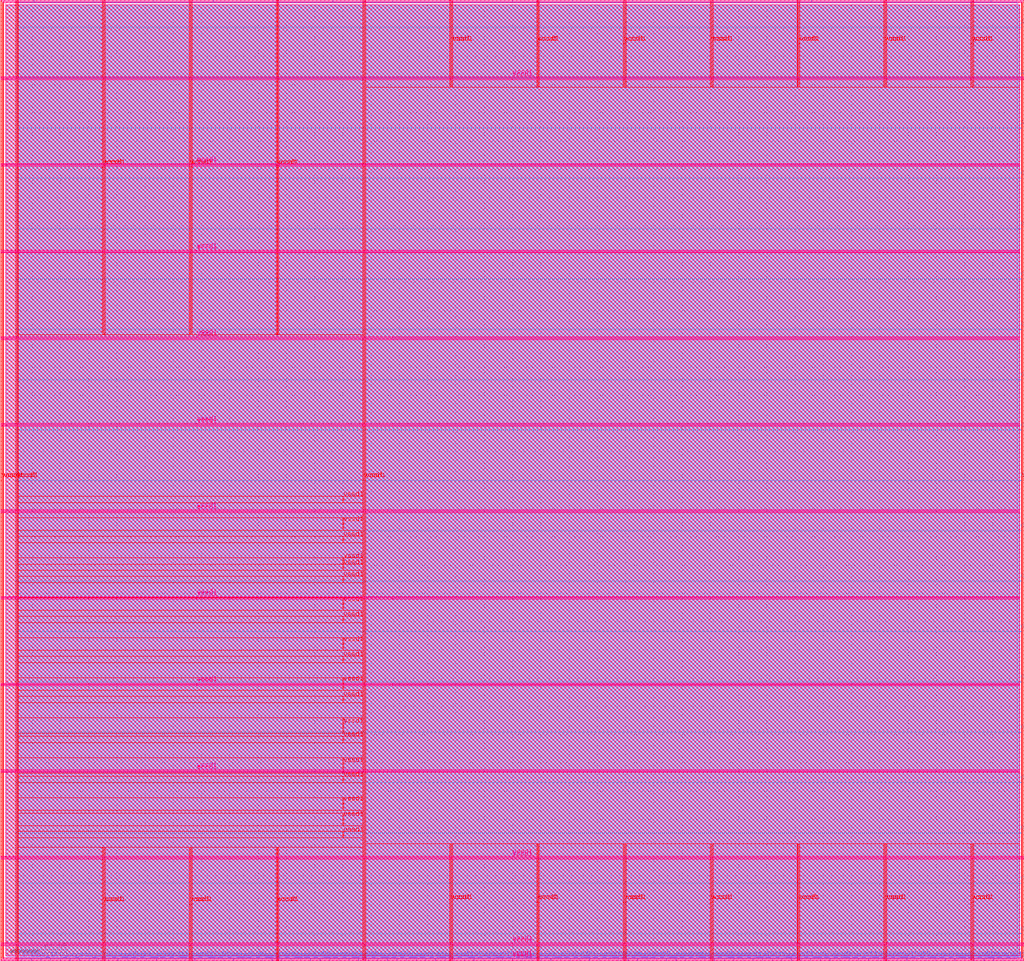
<source format=lef>
VERSION 5.7 ;
  NOWIREEXTENSIONATPIN ON ;
  DIVIDERCHAR "/" ;
  BUSBITCHARS "[]" ;
MACRO top_wrapper
  CLASS BLOCK ;
  FOREIGN top_wrapper ;
  ORIGIN 0.000 0.000 ;
  SIZE 1800.000 BY 1700.000 ;
  PIN ADC_OUT_OBS[0]
    DIRECTION OUTPUT ;
    USE SIGNAL ;
    PORT
      LAYER met3 ;
        RECT 1796.000 1472.920 1800.000 1473.520 ;
    END
  END ADC_OUT_OBS[0]
  PIN ADC_OUT_OBS[1]
    DIRECTION OUTPUT ;
    USE SIGNAL ;
    PORT
      LAYER met3 ;
        RECT 1796.000 1562.000 1800.000 1562.600 ;
    END
  END ADC_OUT_OBS[1]
  PIN ADC_OUT_OBS[2]
    DIRECTION OUTPUT ;
    USE SIGNAL ;
    PORT
      LAYER met3 ;
        RECT 1796.000 1651.080 1800.000 1651.680 ;
    END
  END ADC_OUT_OBS[2]
  PIN BL0
    DIRECTION INOUT ;
    USE SIGNAL ;
    PORT
      LAYER met2 ;
        RECT 1767.870 0.000 1768.150 4.000 ;
    END
  END BL0
  PIN CSA[0]
    DIRECTION OUTPUT ;
    USE SIGNAL ;
    PORT
      LAYER met3 ;
        RECT 1796.000 47.640 1800.000 48.240 ;
    END
  END CSA[0]
  PIN CSA[10]
    DIRECTION OUTPUT ;
    USE SIGNAL ;
    PORT
      LAYER met3 ;
        RECT 1796.000 938.440 1800.000 939.040 ;
    END
  END CSA[10]
  PIN CSA[11]
    DIRECTION OUTPUT ;
    USE SIGNAL ;
    PORT
      LAYER met3 ;
        RECT 1796.000 1027.520 1800.000 1028.120 ;
    END
  END CSA[11]
  PIN CSA[12]
    DIRECTION OUTPUT ;
    USE SIGNAL ;
    PORT
      LAYER met3 ;
        RECT 1796.000 1116.600 1800.000 1117.200 ;
    END
  END CSA[12]
  PIN CSA[13]
    DIRECTION OUTPUT ;
    USE SIGNAL ;
    PORT
      LAYER met3 ;
        RECT 1796.000 1205.680 1800.000 1206.280 ;
    END
  END CSA[13]
  PIN CSA[14]
    DIRECTION OUTPUT ;
    USE SIGNAL ;
    PORT
      LAYER met3 ;
        RECT 1796.000 1294.760 1800.000 1295.360 ;
    END
  END CSA[14]
  PIN CSA[15]
    DIRECTION OUTPUT ;
    USE SIGNAL ;
    PORT
      LAYER met3 ;
        RECT 1796.000 1383.840 1800.000 1384.440 ;
    END
  END CSA[15]
  PIN CSA[1]
    DIRECTION OUTPUT ;
    USE SIGNAL ;
    PORT
      LAYER met3 ;
        RECT 1796.000 136.720 1800.000 137.320 ;
    END
  END CSA[1]
  PIN CSA[2]
    DIRECTION OUTPUT ;
    USE SIGNAL ;
    PORT
      LAYER met3 ;
        RECT 1796.000 225.800 1800.000 226.400 ;
    END
  END CSA[2]
  PIN CSA[3]
    DIRECTION OUTPUT ;
    USE SIGNAL ;
    PORT
      LAYER met3 ;
        RECT 1796.000 314.880 1800.000 315.480 ;
    END
  END CSA[3]
  PIN CSA[4]
    DIRECTION OUTPUT ;
    USE SIGNAL ;
    PORT
      LAYER met3 ;
        RECT 1796.000 403.960 1800.000 404.560 ;
    END
  END CSA[4]
  PIN CSA[5]
    DIRECTION OUTPUT ;
    USE SIGNAL ;
    PORT
      LAYER met3 ;
        RECT 1796.000 493.040 1800.000 493.640 ;
    END
  END CSA[5]
  PIN CSA[6]
    DIRECTION OUTPUT ;
    USE SIGNAL ;
    PORT
      LAYER met3 ;
        RECT 1796.000 582.120 1800.000 582.720 ;
    END
  END CSA[6]
  PIN CSA[7]
    DIRECTION OUTPUT ;
    USE SIGNAL ;
    PORT
      LAYER met3 ;
        RECT 1796.000 671.200 1800.000 671.800 ;
    END
  END CSA[7]
  PIN CSA[8]
    DIRECTION OUTPUT ;
    USE SIGNAL ;
    PORT
      LAYER met3 ;
        RECT 1796.000 760.280 1800.000 760.880 ;
    END
  END CSA[8]
  PIN CSA[9]
    DIRECTION OUTPUT ;
    USE SIGNAL ;
    PORT
      LAYER met3 ;
        RECT 1796.000 849.360 1800.000 849.960 ;
    END
  END CSA[9]
  PIN REF_CSA
    DIRECTION INOUT ;
    USE SIGNAL ;
    PORT
      LAYER met2 ;
        RECT 1640.450 1696.000 1640.730 1700.000 ;
    END
  END REF_CSA
  PIN SL0
    DIRECTION INOUT ;
    USE SIGNAL ;
    PORT
      LAYER met2 ;
        RECT 1733.830 0.000 1734.110 4.000 ;
    END
  END SL0
  PIN V0_REF_ADC
    DIRECTION INOUT ;
    USE SIGNAL ;
    PORT
      LAYER met2 ;
        RECT 1323.050 1696.000 1323.330 1700.000 ;
    END
  END V0_REF_ADC
  PIN V1_BL
    DIRECTION INOUT ;
    USE SIGNAL ;
    PORT
      LAYER met2 ;
        RECT 899.850 1696.000 900.130 1700.000 ;
    END
  END V1_BL
  PIN V1_REF_ADC
    DIRECTION INOUT ;
    USE SIGNAL ;
    PORT
      LAYER met2 ;
        RECT 1428.850 1696.000 1429.130 1700.000 ;
    END
  END V1_REF_ADC
  PIN V1_SL
    DIRECTION INOUT ;
    USE SIGNAL ;
    PORT
      LAYER met2 ;
        RECT 476.650 1696.000 476.930 1700.000 ;
    END
  END V1_SL
  PIN V1_WL
    DIRECTION INOUT ;
    USE SIGNAL ;
    PORT
      LAYER met2 ;
        RECT 53.450 1696.000 53.730 1700.000 ;
    END
  END V1_WL
  PIN V2_BL
    DIRECTION INOUT ;
    USE SIGNAL ;
    PORT
      LAYER met2 ;
        RECT 1005.650 1696.000 1005.930 1700.000 ;
    END
  END V2_BL
  PIN V2_REF_ADC
    DIRECTION INOUT ;
    USE SIGNAL ;
    PORT
      LAYER met2 ;
        RECT 1534.650 1696.000 1534.930 1700.000 ;
    END
  END V2_REF_ADC
  PIN V2_SL
    DIRECTION INOUT ;
    USE SIGNAL ;
    PORT
      LAYER met2 ;
        RECT 582.450 1696.000 582.730 1700.000 ;
    END
  END V2_SL
  PIN V2_WL
    DIRECTION INOUT ;
    USE SIGNAL ;
    PORT
      LAYER met2 ;
        RECT 159.250 1696.000 159.530 1700.000 ;
    END
  END V2_WL
  PIN V3_BL
    DIRECTION INOUT ;
    USE SIGNAL ;
    PORT
      LAYER met2 ;
        RECT 1111.450 1696.000 1111.730 1700.000 ;
    END
  END V3_BL
  PIN V3_SL
    DIRECTION INOUT ;
    USE SIGNAL ;
    PORT
      LAYER met2 ;
        RECT 688.250 1696.000 688.530 1700.000 ;
    END
  END V3_SL
  PIN V3_WL
    DIRECTION INOUT ;
    USE SIGNAL ;
    PORT
      LAYER met2 ;
        RECT 265.050 1696.000 265.330 1700.000 ;
    END
  END V3_WL
  PIN V4_BL
    DIRECTION INOUT ;
    USE SIGNAL ;
    PORT
      LAYER met2 ;
        RECT 1217.250 1696.000 1217.530 1700.000 ;
    END
  END V4_BL
  PIN V4_SL
    DIRECTION INOUT ;
    USE SIGNAL ;
    PORT
      LAYER met2 ;
        RECT 794.050 1696.000 794.330 1700.000 ;
    END
  END V4_SL
  PIN V4_WL
    DIRECTION INOUT ;
    USE SIGNAL ;
    PORT
      LAYER met2 ;
        RECT 370.850 1696.000 371.130 1700.000 ;
    END
  END V4_WL
  PIN VDD_PRE
    DIRECTION INOUT ;
    USE SIGNAL ;
    PORT
      LAYER met2 ;
        RECT 1746.250 1696.000 1746.530 1700.000 ;
    END
  END VDD_PRE
  PIN WL0
    DIRECTION INOUT ;
    USE SIGNAL ;
    PORT
      LAYER met2 ;
        RECT 1750.850 0.000 1751.130 4.000 ;
    END
  END WL0
  PIN clk
    DIRECTION INPUT ;
    USE SIGNAL ;
    PORT
      LAYER met2 ;
        RECT 48.850 0.000 49.130 4.000 ;
    END
  END clk
  PIN enable_IM
    DIRECTION INPUT ;
    USE SIGNAL ;
    PORT
      LAYER met2 ;
        RECT 31.830 0.000 32.110 4.000 ;
    END
  END enable_IM
  PIN rst
    DIRECTION INPUT ;
    USE SIGNAL ;
    PORT
      LAYER met2 ;
        RECT 65.870 0.000 66.150 4.000 ;
    END
  END rst
  PIN vccd1
    DIRECTION INOUT ;
    USE POWER ;
    PORT
      LAYER met4 ;
        RECT -2.080 3.280 -0.480 1696.720 ;
    END
    PORT
      LAYER met5 ;
        RECT -2.080 3.280 1802.060 4.880 ;
    END
    PORT
      LAYER met5 ;
        RECT -2.080 1695.120 1802.060 1696.720 ;
    END
    PORT
      LAYER met4 ;
        RECT 1800.460 3.280 1802.060 1696.720 ;
    END
    PORT
      LAYER met4 ;
        RECT 21.040 -0.020 22.640 1700.020 ;
    END
    PORT
      LAYER met4 ;
        RECT 174.640 -0.020 176.240 200.755 ;
    END
    PORT
      LAYER met4 ;
        RECT 174.640 1107.725 176.240 1700.020 ;
    END
    PORT
      LAYER met4 ;
        RECT 328.240 -0.020 329.840 200.755 ;
    END
    PORT
      LAYER met4 ;
        RECT 328.240 1107.725 329.840 1700.020 ;
    END
    PORT
      LAYER met4 ;
        RECT 481.840 -0.020 483.440 200.755 ;
    END
    PORT
      LAYER met4 ;
        RECT 481.840 1107.725 483.440 1700.020 ;
    END
    PORT
      LAYER met4 ;
        RECT 635.440 -0.020 637.040 1700.020 ;
    END
    PORT
      LAYER met4 ;
        RECT 789.040 -0.020 790.640 206.780 ;
    END
    PORT
      LAYER met4 ;
        RECT 789.040 1545.180 790.640 1700.020 ;
    END
    PORT
      LAYER met4 ;
        RECT 942.640 -0.020 944.240 206.780 ;
    END
    PORT
      LAYER met4 ;
        RECT 942.640 1545.180 944.240 1700.020 ;
    END
    PORT
      LAYER met4 ;
        RECT 1096.240 -0.020 1097.840 206.780 ;
    END
    PORT
      LAYER met4 ;
        RECT 1096.240 1545.180 1097.840 1700.020 ;
    END
    PORT
      LAYER met4 ;
        RECT 1249.840 -0.020 1251.440 206.780 ;
    END
    PORT
      LAYER met4 ;
        RECT 1249.840 1545.180 1251.440 1700.020 ;
    END
    PORT
      LAYER met4 ;
        RECT 1403.440 -0.020 1405.040 206.780 ;
    END
    PORT
      LAYER met4 ;
        RECT 1403.440 1545.180 1405.040 1700.020 ;
    END
    PORT
      LAYER met4 ;
        RECT 1557.040 -0.020 1558.640 206.780 ;
    END
    PORT
      LAYER met4 ;
        RECT 1557.040 1545.180 1558.640 1700.020 ;
    END
    PORT
      LAYER met4 ;
        RECT 1710.640 -0.020 1712.240 206.780 ;
    END
    PORT
      LAYER met4 ;
        RECT 1710.640 1545.180 1712.240 1700.020 ;
    END
    PORT
      LAYER met5 ;
        RECT -5.380 26.730 1805.360 28.330 ;
    END
    PORT
      LAYER met5 ;
        RECT -5.380 179.910 1805.360 181.510 ;
    END
    PORT
      LAYER met5 ;
        RECT -5.380 333.090 688.340 334.690 ;
    END
    PORT
      LAYER met5 ;
        RECT -5.380 486.270 688.340 487.870 ;
    END
    PORT
      LAYER met5 ;
        RECT -5.380 639.450 688.340 641.050 ;
    END
    PORT
      LAYER met5 ;
        RECT -5.380 792.630 688.340 794.230 ;
    END
    PORT
      LAYER met5 ;
        RECT -5.380 945.810 688.340 947.410 ;
    END
    PORT
      LAYER met5 ;
        RECT -5.380 1098.990 688.340 1100.590 ;
    END
    PORT
      LAYER met5 ;
        RECT -5.380 1252.170 688.340 1253.770 ;
    END
    PORT
      LAYER met5 ;
        RECT -5.380 1405.350 688.340 1406.950 ;
    END
    PORT
      LAYER met5 ;
        RECT -5.380 1558.530 1805.360 1560.130 ;
    END
  END vccd1
  PIN vssd1
    DIRECTION INOUT ;
    USE GROUND ;
    PORT
      LAYER met4 ;
        RECT -5.380 -0.020 -3.780 1700.020 ;
    END
    PORT
      LAYER met5 ;
        RECT -5.380 -0.020 1805.360 1.580 ;
    END
    PORT
      LAYER met5 ;
        RECT -5.380 1698.420 1805.360 1700.020 ;
    END
    PORT
      LAYER met4 ;
        RECT 1803.760 -0.020 1805.360 1700.020 ;
    END
    PORT
      LAYER met4 ;
        RECT 24.340 -0.020 25.940 1700.020 ;
    END
    PORT
      LAYER met4 ;
        RECT 177.940 -0.020 179.540 200.755 ;
    END
    PORT
      LAYER met4 ;
        RECT 177.940 1107.725 179.540 1700.020 ;
    END
    PORT
      LAYER met4 ;
        RECT 331.540 -0.020 333.140 200.755 ;
    END
    PORT
      LAYER met4 ;
        RECT 331.540 1107.725 333.140 1700.020 ;
    END
    PORT
      LAYER met4 ;
        RECT 485.140 -0.020 486.740 200.755 ;
    END
    PORT
      LAYER met4 ;
        RECT 485.140 1107.725 486.740 1700.020 ;
    END
    PORT
      LAYER met4 ;
        RECT 638.740 -0.020 640.340 1700.020 ;
    END
    PORT
      LAYER met4 ;
        RECT 792.340 -0.020 793.940 206.780 ;
    END
    PORT
      LAYER met4 ;
        RECT 792.340 1545.180 793.940 1700.020 ;
    END
    PORT
      LAYER met4 ;
        RECT 945.940 -0.020 947.540 206.780 ;
    END
    PORT
      LAYER met4 ;
        RECT 945.940 1545.180 947.540 1700.020 ;
    END
    PORT
      LAYER met4 ;
        RECT 1099.540 -0.020 1101.140 206.780 ;
    END
    PORT
      LAYER met4 ;
        RECT 1099.540 1545.180 1101.140 1700.020 ;
    END
    PORT
      LAYER met4 ;
        RECT 1253.140 -0.020 1254.740 206.780 ;
    END
    PORT
      LAYER met4 ;
        RECT 1253.140 1545.180 1254.740 1700.020 ;
    END
    PORT
      LAYER met4 ;
        RECT 1406.740 -0.020 1408.340 206.780 ;
    END
    PORT
      LAYER met4 ;
        RECT 1406.740 1545.180 1408.340 1700.020 ;
    END
    PORT
      LAYER met4 ;
        RECT 1560.340 -0.020 1561.940 206.780 ;
    END
    PORT
      LAYER met4 ;
        RECT 1560.340 1545.180 1561.940 1700.020 ;
    END
    PORT
      LAYER met4 ;
        RECT 1713.940 -0.020 1715.540 206.780 ;
    END
    PORT
      LAYER met4 ;
        RECT 1713.940 1545.180 1715.540 1700.020 ;
    END
    PORT
      LAYER met5 ;
        RECT -5.380 30.030 1805.360 31.630 ;
    END
    PORT
      LAYER met5 ;
        RECT -5.380 183.210 1805.360 184.810 ;
    END
    PORT
      LAYER met5 ;
        RECT -5.380 336.390 688.340 337.990 ;
    END
    PORT
      LAYER met5 ;
        RECT -5.380 489.570 688.340 491.170 ;
    END
    PORT
      LAYER met5 ;
        RECT -5.380 642.750 688.340 644.350 ;
    END
    PORT
      LAYER met5 ;
        RECT -5.380 795.930 688.340 797.530 ;
    END
    PORT
      LAYER met5 ;
        RECT -5.380 949.110 688.340 950.710 ;
    END
    PORT
      LAYER met5 ;
        RECT -5.380 1102.290 688.340 1103.890 ;
    END
    PORT
      LAYER met5 ;
        RECT -5.380 1255.470 688.340 1257.070 ;
    END
    PORT
      LAYER met5 ;
        RECT -5.380 1408.650 688.340 1410.250 ;
    END
    PORT
      LAYER met5 ;
        RECT -5.380 1561.830 1805.360 1563.430 ;
    END
    PORT
      LAYER met4 ;
        RECT 599.500 217.360 601.100 228.720 ;
    END
    PORT
      LAYER met4 ;
        RECT 599.500 239.120 601.100 261.360 ;
    END
    PORT
      LAYER met4 ;
        RECT 599.500 266.320 601.100 288.560 ;
    END
    PORT
      LAYER met4 ;
        RECT 599.500 315.280 601.100 326.640 ;
    END
    PORT
      LAYER met4 ;
        RECT 599.500 331.600 601.100 359.280 ;
    END
    PORT
      LAYER met4 ;
        RECT 599.500 386.000 601.100 397.360 ;
    END
    PORT
      LAYER met4 ;
        RECT 599.500 402.320 601.100 430.000 ;
    END
    PORT
      LAYER met4 ;
        RECT 599.500 456.720 601.100 468.080 ;
    END
    PORT
      LAYER met4 ;
        RECT 599.500 478.480 601.100 500.720 ;
    END
    PORT
      LAYER met4 ;
        RECT 599.500 527.440 601.100 538.800 ;
    END
    PORT
      LAYER met4 ;
        RECT 599.500 549.200 601.100 571.440 ;
    END
    PORT
      LAYER met4 ;
        RECT 599.500 598.160 601.100 609.520 ;
    END
    PORT
      LAYER met4 ;
        RECT 599.500 619.920 601.100 642.160 ;
    END
    PORT
      LAYER met4 ;
        RECT 599.500 668.880 601.100 680.240 ;
    END
    PORT
      LAYER met4 ;
        RECT 599.500 690.640 601.100 701.520 ;
    END
    PORT
      LAYER met4 ;
        RECT 599.500 701.745 601.100 712.880 ;
    END
    PORT
      LAYER met4 ;
        RECT 599.500 739.600 601.100 750.960 ;
    END
    PORT
      LAYER met4 ;
        RECT 599.500 761.360 601.100 783.600 ;
    END
    PORT
      LAYER met4 ;
        RECT 599.500 810.320 601.100 821.680 ;
    END
  END vssd1
  PIN wbs_we_i
    DIRECTION INPUT ;
    USE SIGNAL ;
    PORT
      LAYER met2 ;
        RECT 82.890 0.000 83.170 4.000 ;
    END
  END wbs_we_i
  PIN wishbone_address_bus[0]
    DIRECTION INPUT ;
    USE SIGNAL ;
    PORT
      LAYER met2 ;
        RECT 99.910 0.000 100.190 4.000 ;
    END
  END wishbone_address_bus[0]
  PIN wishbone_address_bus[10]
    DIRECTION INPUT ;
    USE SIGNAL ;
    PORT
      LAYER met2 ;
        RECT 610.510 0.000 610.790 4.000 ;
    END
  END wishbone_address_bus[10]
  PIN wishbone_address_bus[11]
    DIRECTION INPUT ;
    USE SIGNAL ;
    PORT
      LAYER met2 ;
        RECT 661.570 0.000 661.850 4.000 ;
    END
  END wishbone_address_bus[11]
  PIN wishbone_address_bus[12]
    DIRECTION INPUT ;
    USE SIGNAL ;
    PORT
      LAYER met2 ;
        RECT 712.630 0.000 712.910 4.000 ;
    END
  END wishbone_address_bus[12]
  PIN wishbone_address_bus[13]
    DIRECTION INPUT ;
    USE SIGNAL ;
    PORT
      LAYER met2 ;
        RECT 763.690 0.000 763.970 4.000 ;
    END
  END wishbone_address_bus[13]
  PIN wishbone_address_bus[14]
    DIRECTION INPUT ;
    USE SIGNAL ;
    PORT
      LAYER met2 ;
        RECT 814.750 0.000 815.030 4.000 ;
    END
  END wishbone_address_bus[14]
  PIN wishbone_address_bus[15]
    DIRECTION INPUT ;
    USE SIGNAL ;
    PORT
      LAYER met2 ;
        RECT 865.810 0.000 866.090 4.000 ;
    END
  END wishbone_address_bus[15]
  PIN wishbone_address_bus[16]
    DIRECTION INPUT ;
    USE SIGNAL ;
    PORT
      LAYER met2 ;
        RECT 916.870 0.000 917.150 4.000 ;
    END
  END wishbone_address_bus[16]
  PIN wishbone_address_bus[17]
    DIRECTION INPUT ;
    USE SIGNAL ;
    PORT
      LAYER met2 ;
        RECT 967.930 0.000 968.210 4.000 ;
    END
  END wishbone_address_bus[17]
  PIN wishbone_address_bus[18]
    DIRECTION INPUT ;
    USE SIGNAL ;
    PORT
      LAYER met2 ;
        RECT 1018.990 0.000 1019.270 4.000 ;
    END
  END wishbone_address_bus[18]
  PIN wishbone_address_bus[19]
    DIRECTION INPUT ;
    USE SIGNAL ;
    PORT
      LAYER met2 ;
        RECT 1070.050 0.000 1070.330 4.000 ;
    END
  END wishbone_address_bus[19]
  PIN wishbone_address_bus[1]
    DIRECTION INPUT ;
    USE SIGNAL ;
    PORT
      LAYER met2 ;
        RECT 150.970 0.000 151.250 4.000 ;
    END
  END wishbone_address_bus[1]
  PIN wishbone_address_bus[20]
    DIRECTION INPUT ;
    USE SIGNAL ;
    PORT
      LAYER met2 ;
        RECT 1121.110 0.000 1121.390 4.000 ;
    END
  END wishbone_address_bus[20]
  PIN wishbone_address_bus[21]
    DIRECTION INPUT ;
    USE SIGNAL ;
    PORT
      LAYER met2 ;
        RECT 1172.170 0.000 1172.450 4.000 ;
    END
  END wishbone_address_bus[21]
  PIN wishbone_address_bus[22]
    DIRECTION INPUT ;
    USE SIGNAL ;
    PORT
      LAYER met2 ;
        RECT 1223.230 0.000 1223.510 4.000 ;
    END
  END wishbone_address_bus[22]
  PIN wishbone_address_bus[23]
    DIRECTION INPUT ;
    USE SIGNAL ;
    PORT
      LAYER met2 ;
        RECT 1274.290 0.000 1274.570 4.000 ;
    END
  END wishbone_address_bus[23]
  PIN wishbone_address_bus[24]
    DIRECTION INPUT ;
    USE SIGNAL ;
    PORT
      LAYER met2 ;
        RECT 1325.350 0.000 1325.630 4.000 ;
    END
  END wishbone_address_bus[24]
  PIN wishbone_address_bus[25]
    DIRECTION INPUT ;
    USE SIGNAL ;
    PORT
      LAYER met2 ;
        RECT 1376.410 0.000 1376.690 4.000 ;
    END
  END wishbone_address_bus[25]
  PIN wishbone_address_bus[26]
    DIRECTION INPUT ;
    USE SIGNAL ;
    PORT
      LAYER met2 ;
        RECT 1427.470 0.000 1427.750 4.000 ;
    END
  END wishbone_address_bus[26]
  PIN wishbone_address_bus[27]
    DIRECTION INPUT ;
    USE SIGNAL ;
    PORT
      LAYER met2 ;
        RECT 1478.530 0.000 1478.810 4.000 ;
    END
  END wishbone_address_bus[27]
  PIN wishbone_address_bus[28]
    DIRECTION INPUT ;
    USE SIGNAL ;
    PORT
      LAYER met2 ;
        RECT 1529.590 0.000 1529.870 4.000 ;
    END
  END wishbone_address_bus[28]
  PIN wishbone_address_bus[29]
    DIRECTION INPUT ;
    USE SIGNAL ;
    PORT
      LAYER met2 ;
        RECT 1580.650 0.000 1580.930 4.000 ;
    END
  END wishbone_address_bus[29]
  PIN wishbone_address_bus[2]
    DIRECTION INPUT ;
    USE SIGNAL ;
    PORT
      LAYER met2 ;
        RECT 202.030 0.000 202.310 4.000 ;
    END
  END wishbone_address_bus[2]
  PIN wishbone_address_bus[30]
    DIRECTION INPUT ;
    USE SIGNAL ;
    PORT
      LAYER met2 ;
        RECT 1631.710 0.000 1631.990 4.000 ;
    END
  END wishbone_address_bus[30]
  PIN wishbone_address_bus[31]
    DIRECTION INPUT ;
    USE SIGNAL ;
    PORT
      LAYER met2 ;
        RECT 1682.770 0.000 1683.050 4.000 ;
    END
  END wishbone_address_bus[31]
  PIN wishbone_address_bus[3]
    DIRECTION INPUT ;
    USE SIGNAL ;
    PORT
      LAYER met2 ;
        RECT 253.090 0.000 253.370 4.000 ;
    END
  END wishbone_address_bus[3]
  PIN wishbone_address_bus[4]
    DIRECTION INPUT ;
    USE SIGNAL ;
    PORT
      LAYER met2 ;
        RECT 304.150 0.000 304.430 4.000 ;
    END
  END wishbone_address_bus[4]
  PIN wishbone_address_bus[5]
    DIRECTION INPUT ;
    USE SIGNAL ;
    PORT
      LAYER met2 ;
        RECT 355.210 0.000 355.490 4.000 ;
    END
  END wishbone_address_bus[5]
  PIN wishbone_address_bus[6]
    DIRECTION INPUT ;
    USE SIGNAL ;
    PORT
      LAYER met2 ;
        RECT 406.270 0.000 406.550 4.000 ;
    END
  END wishbone_address_bus[6]
  PIN wishbone_address_bus[7]
    DIRECTION INPUT ;
    USE SIGNAL ;
    PORT
      LAYER met2 ;
        RECT 457.330 0.000 457.610 4.000 ;
    END
  END wishbone_address_bus[7]
  PIN wishbone_address_bus[8]
    DIRECTION INPUT ;
    USE SIGNAL ;
    PORT
      LAYER met2 ;
        RECT 508.390 0.000 508.670 4.000 ;
    END
  END wishbone_address_bus[8]
  PIN wishbone_address_bus[9]
    DIRECTION INPUT ;
    USE SIGNAL ;
    PORT
      LAYER met2 ;
        RECT 559.450 0.000 559.730 4.000 ;
    END
  END wishbone_address_bus[9]
  PIN wishbone_data_in[0]
    DIRECTION INPUT ;
    USE SIGNAL ;
    PORT
      LAYER met2 ;
        RECT 116.930 0.000 117.210 4.000 ;
    END
  END wishbone_data_in[0]
  PIN wishbone_data_in[10]
    DIRECTION INPUT ;
    USE SIGNAL ;
    PORT
      LAYER met2 ;
        RECT 627.530 0.000 627.810 4.000 ;
    END
  END wishbone_data_in[10]
  PIN wishbone_data_in[11]
    DIRECTION INPUT ;
    USE SIGNAL ;
    PORT
      LAYER met2 ;
        RECT 678.590 0.000 678.870 4.000 ;
    END
  END wishbone_data_in[11]
  PIN wishbone_data_in[12]
    DIRECTION INPUT ;
    USE SIGNAL ;
    PORT
      LAYER met2 ;
        RECT 729.650 0.000 729.930 4.000 ;
    END
  END wishbone_data_in[12]
  PIN wishbone_data_in[13]
    DIRECTION INPUT ;
    USE SIGNAL ;
    PORT
      LAYER met2 ;
        RECT 780.710 0.000 780.990 4.000 ;
    END
  END wishbone_data_in[13]
  PIN wishbone_data_in[14]
    DIRECTION INPUT ;
    USE SIGNAL ;
    PORT
      LAYER met2 ;
        RECT 831.770 0.000 832.050 4.000 ;
    END
  END wishbone_data_in[14]
  PIN wishbone_data_in[15]
    DIRECTION INPUT ;
    USE SIGNAL ;
    PORT
      LAYER met2 ;
        RECT 882.830 0.000 883.110 4.000 ;
    END
  END wishbone_data_in[15]
  PIN wishbone_data_in[16]
    DIRECTION INPUT ;
    USE SIGNAL ;
    PORT
      LAYER met2 ;
        RECT 933.890 0.000 934.170 4.000 ;
    END
  END wishbone_data_in[16]
  PIN wishbone_data_in[17]
    DIRECTION INPUT ;
    USE SIGNAL ;
    PORT
      LAYER met2 ;
        RECT 984.950 0.000 985.230 4.000 ;
    END
  END wishbone_data_in[17]
  PIN wishbone_data_in[18]
    DIRECTION INPUT ;
    USE SIGNAL ;
    PORT
      LAYER met2 ;
        RECT 1036.010 0.000 1036.290 4.000 ;
    END
  END wishbone_data_in[18]
  PIN wishbone_data_in[19]
    DIRECTION INPUT ;
    USE SIGNAL ;
    PORT
      LAYER met2 ;
        RECT 1087.070 0.000 1087.350 4.000 ;
    END
  END wishbone_data_in[19]
  PIN wishbone_data_in[1]
    DIRECTION INPUT ;
    USE SIGNAL ;
    PORT
      LAYER met2 ;
        RECT 167.990 0.000 168.270 4.000 ;
    END
  END wishbone_data_in[1]
  PIN wishbone_data_in[20]
    DIRECTION INPUT ;
    USE SIGNAL ;
    PORT
      LAYER met2 ;
        RECT 1138.130 0.000 1138.410 4.000 ;
    END
  END wishbone_data_in[20]
  PIN wishbone_data_in[21]
    DIRECTION INPUT ;
    USE SIGNAL ;
    PORT
      LAYER met2 ;
        RECT 1189.190 0.000 1189.470 4.000 ;
    END
  END wishbone_data_in[21]
  PIN wishbone_data_in[22]
    DIRECTION INPUT ;
    USE SIGNAL ;
    PORT
      LAYER met2 ;
        RECT 1240.250 0.000 1240.530 4.000 ;
    END
  END wishbone_data_in[22]
  PIN wishbone_data_in[23]
    DIRECTION INPUT ;
    USE SIGNAL ;
    PORT
      LAYER met2 ;
        RECT 1291.310 0.000 1291.590 4.000 ;
    END
  END wishbone_data_in[23]
  PIN wishbone_data_in[24]
    DIRECTION INPUT ;
    USE SIGNAL ;
    PORT
      LAYER met2 ;
        RECT 1342.370 0.000 1342.650 4.000 ;
    END
  END wishbone_data_in[24]
  PIN wishbone_data_in[25]
    DIRECTION INPUT ;
    USE SIGNAL ;
    PORT
      LAYER met2 ;
        RECT 1393.430 0.000 1393.710 4.000 ;
    END
  END wishbone_data_in[25]
  PIN wishbone_data_in[26]
    DIRECTION INPUT ;
    USE SIGNAL ;
    PORT
      LAYER met2 ;
        RECT 1444.490 0.000 1444.770 4.000 ;
    END
  END wishbone_data_in[26]
  PIN wishbone_data_in[27]
    DIRECTION INPUT ;
    USE SIGNAL ;
    PORT
      LAYER met2 ;
        RECT 1495.550 0.000 1495.830 4.000 ;
    END
  END wishbone_data_in[27]
  PIN wishbone_data_in[28]
    DIRECTION INPUT ;
    USE SIGNAL ;
    PORT
      LAYER met2 ;
        RECT 1546.610 0.000 1546.890 4.000 ;
    END
  END wishbone_data_in[28]
  PIN wishbone_data_in[29]
    DIRECTION INPUT ;
    USE SIGNAL ;
    PORT
      LAYER met2 ;
        RECT 1597.670 0.000 1597.950 4.000 ;
    END
  END wishbone_data_in[29]
  PIN wishbone_data_in[2]
    DIRECTION INPUT ;
    USE SIGNAL ;
    PORT
      LAYER met2 ;
        RECT 219.050 0.000 219.330 4.000 ;
    END
  END wishbone_data_in[2]
  PIN wishbone_data_in[30]
    DIRECTION INPUT ;
    USE SIGNAL ;
    PORT
      LAYER met2 ;
        RECT 1648.730 0.000 1649.010 4.000 ;
    END
  END wishbone_data_in[30]
  PIN wishbone_data_in[31]
    DIRECTION INPUT ;
    USE SIGNAL ;
    PORT
      LAYER met2 ;
        RECT 1699.790 0.000 1700.070 4.000 ;
    END
  END wishbone_data_in[31]
  PIN wishbone_data_in[3]
    DIRECTION INPUT ;
    USE SIGNAL ;
    PORT
      LAYER met2 ;
        RECT 270.110 0.000 270.390 4.000 ;
    END
  END wishbone_data_in[3]
  PIN wishbone_data_in[4]
    DIRECTION INPUT ;
    USE SIGNAL ;
    PORT
      LAYER met2 ;
        RECT 321.170 0.000 321.450 4.000 ;
    END
  END wishbone_data_in[4]
  PIN wishbone_data_in[5]
    DIRECTION INPUT ;
    USE SIGNAL ;
    PORT
      LAYER met2 ;
        RECT 372.230 0.000 372.510 4.000 ;
    END
  END wishbone_data_in[5]
  PIN wishbone_data_in[6]
    DIRECTION INPUT ;
    USE SIGNAL ;
    PORT
      LAYER met2 ;
        RECT 423.290 0.000 423.570 4.000 ;
    END
  END wishbone_data_in[6]
  PIN wishbone_data_in[7]
    DIRECTION INPUT ;
    USE SIGNAL ;
    PORT
      LAYER met2 ;
        RECT 474.350 0.000 474.630 4.000 ;
    END
  END wishbone_data_in[7]
  PIN wishbone_data_in[8]
    DIRECTION INPUT ;
    USE SIGNAL ;
    PORT
      LAYER met2 ;
        RECT 525.410 0.000 525.690 4.000 ;
    END
  END wishbone_data_in[8]
  PIN wishbone_data_in[9]
    DIRECTION INPUT ;
    USE SIGNAL ;
    PORT
      LAYER met2 ;
        RECT 576.470 0.000 576.750 4.000 ;
    END
  END wishbone_data_in[9]
  PIN wishbone_data_out[0]
    DIRECTION OUTPUT ;
    USE SIGNAL ;
    PORT
      LAYER met2 ;
        RECT 133.950 0.000 134.230 4.000 ;
    END
  END wishbone_data_out[0]
  PIN wishbone_data_out[10]
    DIRECTION OUTPUT ;
    USE SIGNAL ;
    PORT
      LAYER met2 ;
        RECT 644.550 0.000 644.830 4.000 ;
    END
  END wishbone_data_out[10]
  PIN wishbone_data_out[11]
    DIRECTION OUTPUT ;
    USE SIGNAL ;
    PORT
      LAYER met2 ;
        RECT 695.610 0.000 695.890 4.000 ;
    END
  END wishbone_data_out[11]
  PIN wishbone_data_out[12]
    DIRECTION OUTPUT ;
    USE SIGNAL ;
    PORT
      LAYER met2 ;
        RECT 746.670 0.000 746.950 4.000 ;
    END
  END wishbone_data_out[12]
  PIN wishbone_data_out[13]
    DIRECTION OUTPUT ;
    USE SIGNAL ;
    PORT
      LAYER met2 ;
        RECT 797.730 0.000 798.010 4.000 ;
    END
  END wishbone_data_out[13]
  PIN wishbone_data_out[14]
    DIRECTION OUTPUT ;
    USE SIGNAL ;
    PORT
      LAYER met2 ;
        RECT 848.790 0.000 849.070 4.000 ;
    END
  END wishbone_data_out[14]
  PIN wishbone_data_out[15]
    DIRECTION OUTPUT ;
    USE SIGNAL ;
    PORT
      LAYER met2 ;
        RECT 899.850 0.000 900.130 4.000 ;
    END
  END wishbone_data_out[15]
  PIN wishbone_data_out[16]
    DIRECTION OUTPUT ;
    USE SIGNAL ;
    PORT
      LAYER met2 ;
        RECT 950.910 0.000 951.190 4.000 ;
    END
  END wishbone_data_out[16]
  PIN wishbone_data_out[17]
    DIRECTION OUTPUT ;
    USE SIGNAL ;
    PORT
      LAYER met2 ;
        RECT 1001.970 0.000 1002.250 4.000 ;
    END
  END wishbone_data_out[17]
  PIN wishbone_data_out[18]
    DIRECTION OUTPUT ;
    USE SIGNAL ;
    PORT
      LAYER met2 ;
        RECT 1053.030 0.000 1053.310 4.000 ;
    END
  END wishbone_data_out[18]
  PIN wishbone_data_out[19]
    DIRECTION OUTPUT ;
    USE SIGNAL ;
    PORT
      LAYER met2 ;
        RECT 1104.090 0.000 1104.370 4.000 ;
    END
  END wishbone_data_out[19]
  PIN wishbone_data_out[1]
    DIRECTION OUTPUT ;
    USE SIGNAL ;
    PORT
      LAYER met2 ;
        RECT 185.010 0.000 185.290 4.000 ;
    END
  END wishbone_data_out[1]
  PIN wishbone_data_out[20]
    DIRECTION OUTPUT ;
    USE SIGNAL ;
    PORT
      LAYER met2 ;
        RECT 1155.150 0.000 1155.430 4.000 ;
    END
  END wishbone_data_out[20]
  PIN wishbone_data_out[21]
    DIRECTION OUTPUT ;
    USE SIGNAL ;
    PORT
      LAYER met2 ;
        RECT 1206.210 0.000 1206.490 4.000 ;
    END
  END wishbone_data_out[21]
  PIN wishbone_data_out[22]
    DIRECTION OUTPUT ;
    USE SIGNAL ;
    PORT
      LAYER met2 ;
        RECT 1257.270 0.000 1257.550 4.000 ;
    END
  END wishbone_data_out[22]
  PIN wishbone_data_out[23]
    DIRECTION OUTPUT ;
    USE SIGNAL ;
    PORT
      LAYER met2 ;
        RECT 1308.330 0.000 1308.610 4.000 ;
    END
  END wishbone_data_out[23]
  PIN wishbone_data_out[24]
    DIRECTION OUTPUT ;
    USE SIGNAL ;
    PORT
      LAYER met2 ;
        RECT 1359.390 0.000 1359.670 4.000 ;
    END
  END wishbone_data_out[24]
  PIN wishbone_data_out[25]
    DIRECTION OUTPUT ;
    USE SIGNAL ;
    PORT
      LAYER met2 ;
        RECT 1410.450 0.000 1410.730 4.000 ;
    END
  END wishbone_data_out[25]
  PIN wishbone_data_out[26]
    DIRECTION OUTPUT ;
    USE SIGNAL ;
    PORT
      LAYER met2 ;
        RECT 1461.510 0.000 1461.790 4.000 ;
    END
  END wishbone_data_out[26]
  PIN wishbone_data_out[27]
    DIRECTION OUTPUT ;
    USE SIGNAL ;
    PORT
      LAYER met2 ;
        RECT 1512.570 0.000 1512.850 4.000 ;
    END
  END wishbone_data_out[27]
  PIN wishbone_data_out[28]
    DIRECTION OUTPUT ;
    USE SIGNAL ;
    PORT
      LAYER met2 ;
        RECT 1563.630 0.000 1563.910 4.000 ;
    END
  END wishbone_data_out[28]
  PIN wishbone_data_out[29]
    DIRECTION OUTPUT ;
    USE SIGNAL ;
    PORT
      LAYER met2 ;
        RECT 1614.690 0.000 1614.970 4.000 ;
    END
  END wishbone_data_out[29]
  PIN wishbone_data_out[2]
    DIRECTION OUTPUT ;
    USE SIGNAL ;
    PORT
      LAYER met2 ;
        RECT 236.070 0.000 236.350 4.000 ;
    END
  END wishbone_data_out[2]
  PIN wishbone_data_out[30]
    DIRECTION OUTPUT ;
    USE SIGNAL ;
    PORT
      LAYER met2 ;
        RECT 1665.750 0.000 1666.030 4.000 ;
    END
  END wishbone_data_out[30]
  PIN wishbone_data_out[31]
    DIRECTION OUTPUT ;
    USE SIGNAL ;
    PORT
      LAYER met2 ;
        RECT 1716.810 0.000 1717.090 4.000 ;
    END
  END wishbone_data_out[31]
  PIN wishbone_data_out[3]
    DIRECTION OUTPUT ;
    USE SIGNAL ;
    PORT
      LAYER met2 ;
        RECT 287.130 0.000 287.410 4.000 ;
    END
  END wishbone_data_out[3]
  PIN wishbone_data_out[4]
    DIRECTION OUTPUT ;
    USE SIGNAL ;
    PORT
      LAYER met2 ;
        RECT 338.190 0.000 338.470 4.000 ;
    END
  END wishbone_data_out[4]
  PIN wishbone_data_out[5]
    DIRECTION OUTPUT ;
    USE SIGNAL ;
    PORT
      LAYER met2 ;
        RECT 389.250 0.000 389.530 4.000 ;
    END
  END wishbone_data_out[5]
  PIN wishbone_data_out[6]
    DIRECTION OUTPUT ;
    USE SIGNAL ;
    PORT
      LAYER met2 ;
        RECT 440.310 0.000 440.590 4.000 ;
    END
  END wishbone_data_out[6]
  PIN wishbone_data_out[7]
    DIRECTION OUTPUT ;
    USE SIGNAL ;
    PORT
      LAYER met2 ;
        RECT 491.370 0.000 491.650 4.000 ;
    END
  END wishbone_data_out[7]
  PIN wishbone_data_out[8]
    DIRECTION OUTPUT ;
    USE SIGNAL ;
    PORT
      LAYER met2 ;
        RECT 542.430 0.000 542.710 4.000 ;
    END
  END wishbone_data_out[8]
  PIN wishbone_data_out[9]
    DIRECTION OUTPUT ;
    USE SIGNAL ;
    PORT
      LAYER met2 ;
        RECT 593.490 0.000 593.770 4.000 ;
    END
  END wishbone_data_out[9]
  OBS
      LAYER li1 ;
        RECT 5.520 10.795 1794.460 1689.205 ;
      LAYER met1 ;
        RECT 5.520 6.840 1794.460 1689.360 ;
      LAYER met2 ;
        RECT 21.070 1695.720 53.170 1696.330 ;
        RECT 54.010 1695.720 158.970 1696.330 ;
        RECT 159.810 1695.720 264.770 1696.330 ;
        RECT 265.610 1695.720 370.570 1696.330 ;
        RECT 371.410 1695.720 476.370 1696.330 ;
        RECT 477.210 1695.720 582.170 1696.330 ;
        RECT 583.010 1695.720 687.970 1696.330 ;
        RECT 688.810 1695.720 793.770 1696.330 ;
        RECT 794.610 1695.720 899.570 1696.330 ;
        RECT 900.410 1695.720 1005.370 1696.330 ;
        RECT 1006.210 1695.720 1111.170 1696.330 ;
        RECT 1112.010 1695.720 1216.970 1696.330 ;
        RECT 1217.810 1695.720 1322.770 1696.330 ;
        RECT 1323.610 1695.720 1428.570 1696.330 ;
        RECT 1429.410 1695.720 1534.370 1696.330 ;
        RECT 1535.210 1695.720 1640.170 1696.330 ;
        RECT 1641.010 1695.720 1745.970 1696.330 ;
        RECT 1746.810 1695.720 1792.990 1696.330 ;
        RECT 21.070 4.280 1792.990 1695.720 ;
        RECT 21.070 4.000 31.550 4.280 ;
        RECT 32.390 4.000 48.570 4.280 ;
        RECT 49.410 4.000 65.590 4.280 ;
        RECT 66.430 4.000 82.610 4.280 ;
        RECT 83.450 4.000 99.630 4.280 ;
        RECT 100.470 4.000 116.650 4.280 ;
        RECT 117.490 4.000 133.670 4.280 ;
        RECT 134.510 4.000 150.690 4.280 ;
        RECT 151.530 4.000 167.710 4.280 ;
        RECT 168.550 4.000 184.730 4.280 ;
        RECT 185.570 4.000 201.750 4.280 ;
        RECT 202.590 4.000 218.770 4.280 ;
        RECT 219.610 4.000 235.790 4.280 ;
        RECT 236.630 4.000 252.810 4.280 ;
        RECT 253.650 4.000 269.830 4.280 ;
        RECT 270.670 4.000 286.850 4.280 ;
        RECT 287.690 4.000 303.870 4.280 ;
        RECT 304.710 4.000 320.890 4.280 ;
        RECT 321.730 4.000 337.910 4.280 ;
        RECT 338.750 4.000 354.930 4.280 ;
        RECT 355.770 4.000 371.950 4.280 ;
        RECT 372.790 4.000 388.970 4.280 ;
        RECT 389.810 4.000 405.990 4.280 ;
        RECT 406.830 4.000 423.010 4.280 ;
        RECT 423.850 4.000 440.030 4.280 ;
        RECT 440.870 4.000 457.050 4.280 ;
        RECT 457.890 4.000 474.070 4.280 ;
        RECT 474.910 4.000 491.090 4.280 ;
        RECT 491.930 4.000 508.110 4.280 ;
        RECT 508.950 4.000 525.130 4.280 ;
        RECT 525.970 4.000 542.150 4.280 ;
        RECT 542.990 4.000 559.170 4.280 ;
        RECT 560.010 4.000 576.190 4.280 ;
        RECT 577.030 4.000 593.210 4.280 ;
        RECT 594.050 4.000 610.230 4.280 ;
        RECT 611.070 4.000 627.250 4.280 ;
        RECT 628.090 4.000 644.270 4.280 ;
        RECT 645.110 4.000 661.290 4.280 ;
        RECT 662.130 4.000 678.310 4.280 ;
        RECT 679.150 4.000 695.330 4.280 ;
        RECT 696.170 4.000 712.350 4.280 ;
        RECT 713.190 4.000 729.370 4.280 ;
        RECT 730.210 4.000 746.390 4.280 ;
        RECT 747.230 4.000 763.410 4.280 ;
        RECT 764.250 4.000 780.430 4.280 ;
        RECT 781.270 4.000 797.450 4.280 ;
        RECT 798.290 4.000 814.470 4.280 ;
        RECT 815.310 4.000 831.490 4.280 ;
        RECT 832.330 4.000 848.510 4.280 ;
        RECT 849.350 4.000 865.530 4.280 ;
        RECT 866.370 4.000 882.550 4.280 ;
        RECT 883.390 4.000 899.570 4.280 ;
        RECT 900.410 4.000 916.590 4.280 ;
        RECT 917.430 4.000 933.610 4.280 ;
        RECT 934.450 4.000 950.630 4.280 ;
        RECT 951.470 4.000 967.650 4.280 ;
        RECT 968.490 4.000 984.670 4.280 ;
        RECT 985.510 4.000 1001.690 4.280 ;
        RECT 1002.530 4.000 1018.710 4.280 ;
        RECT 1019.550 4.000 1035.730 4.280 ;
        RECT 1036.570 4.000 1052.750 4.280 ;
        RECT 1053.590 4.000 1069.770 4.280 ;
        RECT 1070.610 4.000 1086.790 4.280 ;
        RECT 1087.630 4.000 1103.810 4.280 ;
        RECT 1104.650 4.000 1120.830 4.280 ;
        RECT 1121.670 4.000 1137.850 4.280 ;
        RECT 1138.690 4.000 1154.870 4.280 ;
        RECT 1155.710 4.000 1171.890 4.280 ;
        RECT 1172.730 4.000 1188.910 4.280 ;
        RECT 1189.750 4.000 1205.930 4.280 ;
        RECT 1206.770 4.000 1222.950 4.280 ;
        RECT 1223.790 4.000 1239.970 4.280 ;
        RECT 1240.810 4.000 1256.990 4.280 ;
        RECT 1257.830 4.000 1274.010 4.280 ;
        RECT 1274.850 4.000 1291.030 4.280 ;
        RECT 1291.870 4.000 1308.050 4.280 ;
        RECT 1308.890 4.000 1325.070 4.280 ;
        RECT 1325.910 4.000 1342.090 4.280 ;
        RECT 1342.930 4.000 1359.110 4.280 ;
        RECT 1359.950 4.000 1376.130 4.280 ;
        RECT 1376.970 4.000 1393.150 4.280 ;
        RECT 1393.990 4.000 1410.170 4.280 ;
        RECT 1411.010 4.000 1427.190 4.280 ;
        RECT 1428.030 4.000 1444.210 4.280 ;
        RECT 1445.050 4.000 1461.230 4.280 ;
        RECT 1462.070 4.000 1478.250 4.280 ;
        RECT 1479.090 4.000 1495.270 4.280 ;
        RECT 1496.110 4.000 1512.290 4.280 ;
        RECT 1513.130 4.000 1529.310 4.280 ;
        RECT 1530.150 4.000 1546.330 4.280 ;
        RECT 1547.170 4.000 1563.350 4.280 ;
        RECT 1564.190 4.000 1580.370 4.280 ;
        RECT 1581.210 4.000 1597.390 4.280 ;
        RECT 1598.230 4.000 1614.410 4.280 ;
        RECT 1615.250 4.000 1631.430 4.280 ;
        RECT 1632.270 4.000 1648.450 4.280 ;
        RECT 1649.290 4.000 1665.470 4.280 ;
        RECT 1666.310 4.000 1682.490 4.280 ;
        RECT 1683.330 4.000 1699.510 4.280 ;
        RECT 1700.350 4.000 1716.530 4.280 ;
        RECT 1717.370 4.000 1733.550 4.280 ;
        RECT 1734.390 4.000 1750.570 4.280 ;
        RECT 1751.410 4.000 1767.590 4.280 ;
        RECT 1768.430 4.000 1792.990 4.280 ;
      LAYER met3 ;
        RECT 21.050 1652.080 1796.450 1689.285 ;
        RECT 21.050 1650.680 1795.600 1652.080 ;
        RECT 21.050 1563.000 1796.450 1650.680 ;
        RECT 21.050 1561.600 1795.600 1563.000 ;
        RECT 21.050 1473.920 1796.450 1561.600 ;
        RECT 21.050 1472.520 1795.600 1473.920 ;
        RECT 21.050 1384.840 1796.450 1472.520 ;
        RECT 21.050 1383.440 1795.600 1384.840 ;
        RECT 21.050 1295.760 1796.450 1383.440 ;
        RECT 21.050 1294.360 1795.600 1295.760 ;
        RECT 21.050 1206.680 1796.450 1294.360 ;
        RECT 21.050 1205.280 1795.600 1206.680 ;
        RECT 21.050 1117.600 1796.450 1205.280 ;
        RECT 21.050 1116.200 1795.600 1117.600 ;
        RECT 21.050 1028.520 1796.450 1116.200 ;
        RECT 21.050 1027.120 1795.600 1028.520 ;
        RECT 21.050 939.440 1796.450 1027.120 ;
        RECT 21.050 938.040 1795.600 939.440 ;
        RECT 21.050 850.360 1796.450 938.040 ;
        RECT 21.050 848.960 1795.600 850.360 ;
        RECT 21.050 761.280 1796.450 848.960 ;
        RECT 21.050 759.880 1795.600 761.280 ;
        RECT 21.050 672.200 1796.450 759.880 ;
        RECT 21.050 670.800 1795.600 672.200 ;
        RECT 21.050 583.120 1796.450 670.800 ;
        RECT 21.050 581.720 1795.600 583.120 ;
        RECT 21.050 494.040 1796.450 581.720 ;
        RECT 21.050 492.640 1795.600 494.040 ;
        RECT 21.050 404.960 1796.450 492.640 ;
        RECT 21.050 403.560 1795.600 404.960 ;
        RECT 21.050 315.880 1796.450 403.560 ;
        RECT 21.050 314.480 1795.600 315.880 ;
        RECT 21.050 226.800 1796.450 314.480 ;
        RECT 21.050 225.400 1795.600 226.800 ;
        RECT 21.050 137.720 1796.450 225.400 ;
        RECT 21.050 136.320 1795.600 137.720 ;
        RECT 21.050 48.640 1796.450 136.320 ;
        RECT 21.050 47.240 1795.600 48.640 ;
        RECT 21.050 10.715 1796.450 47.240 ;
      LAYER met4 ;
        RECT 3.540 8.640 21.040 1690.860 ;
        RECT 22.640 8.640 24.340 1690.860 ;
        RECT 25.940 1107.725 174.640 1690.860 ;
        RECT 176.240 1107.725 177.940 1690.860 ;
        RECT 179.540 1107.725 328.240 1690.860 ;
        RECT 329.840 1107.725 331.540 1690.860 ;
        RECT 333.140 1107.725 481.840 1690.860 ;
        RECT 483.440 1107.725 485.140 1690.860 ;
        RECT 486.740 1107.725 635.440 1690.860 ;
        RECT 25.940 821.680 635.440 1107.725 ;
        RECT 25.940 810.320 599.500 821.680 ;
        RECT 601.100 810.320 635.440 821.680 ;
        RECT 25.940 783.600 635.440 810.320 ;
        RECT 25.940 761.360 599.500 783.600 ;
        RECT 601.100 761.360 635.440 783.600 ;
        RECT 25.940 750.960 635.440 761.360 ;
        RECT 25.940 739.600 599.500 750.960 ;
        RECT 601.100 739.600 635.440 750.960 ;
        RECT 25.940 712.880 635.440 739.600 ;
        RECT 25.940 701.745 599.500 712.880 ;
        RECT 601.100 701.745 635.440 712.880 ;
        RECT 25.940 701.520 635.440 701.745 ;
        RECT 25.940 690.640 599.500 701.520 ;
        RECT 601.100 690.640 635.440 701.520 ;
        RECT 25.940 680.240 635.440 690.640 ;
        RECT 25.940 668.880 599.500 680.240 ;
        RECT 601.100 668.880 635.440 680.240 ;
        RECT 25.940 642.160 635.440 668.880 ;
        RECT 25.940 619.920 599.500 642.160 ;
        RECT 601.100 619.920 635.440 642.160 ;
        RECT 25.940 609.520 635.440 619.920 ;
        RECT 25.940 598.160 599.500 609.520 ;
        RECT 601.100 598.160 635.440 609.520 ;
        RECT 25.940 571.440 635.440 598.160 ;
        RECT 25.940 549.200 599.500 571.440 ;
        RECT 601.100 549.200 635.440 571.440 ;
        RECT 25.940 538.800 635.440 549.200 ;
        RECT 25.940 527.440 599.500 538.800 ;
        RECT 601.100 527.440 635.440 538.800 ;
        RECT 25.940 500.720 635.440 527.440 ;
        RECT 25.940 478.480 599.500 500.720 ;
        RECT 601.100 478.480 635.440 500.720 ;
        RECT 25.940 468.080 635.440 478.480 ;
        RECT 25.940 456.720 599.500 468.080 ;
        RECT 601.100 456.720 635.440 468.080 ;
        RECT 25.940 430.000 635.440 456.720 ;
        RECT 25.940 402.320 599.500 430.000 ;
        RECT 601.100 402.320 635.440 430.000 ;
        RECT 25.940 397.360 635.440 402.320 ;
        RECT 25.940 386.000 599.500 397.360 ;
        RECT 601.100 386.000 635.440 397.360 ;
        RECT 25.940 359.280 635.440 386.000 ;
        RECT 25.940 331.600 599.500 359.280 ;
        RECT 601.100 331.600 635.440 359.280 ;
        RECT 25.940 326.640 635.440 331.600 ;
        RECT 25.940 315.280 599.500 326.640 ;
        RECT 601.100 315.280 635.440 326.640 ;
        RECT 25.940 288.560 635.440 315.280 ;
        RECT 25.940 266.320 599.500 288.560 ;
        RECT 601.100 266.320 635.440 288.560 ;
        RECT 25.940 261.360 635.440 266.320 ;
        RECT 25.940 239.120 599.500 261.360 ;
        RECT 601.100 239.120 635.440 261.360 ;
        RECT 25.940 228.720 635.440 239.120 ;
        RECT 25.940 217.360 599.500 228.720 ;
        RECT 601.100 217.360 635.440 228.720 ;
        RECT 25.940 200.755 635.440 217.360 ;
        RECT 25.940 8.640 174.640 200.755 ;
        RECT 176.240 8.640 177.940 200.755 ;
        RECT 179.540 8.640 328.240 200.755 ;
        RECT 329.840 8.640 331.540 200.755 ;
        RECT 333.140 8.640 481.840 200.755 ;
        RECT 483.440 8.640 485.140 200.755 ;
        RECT 486.740 8.640 635.440 200.755 ;
        RECT 637.040 8.640 638.740 1690.860 ;
        RECT 640.340 1545.180 789.040 1690.860 ;
        RECT 790.640 1545.180 792.340 1690.860 ;
        RECT 793.940 1545.180 942.640 1690.860 ;
        RECT 944.240 1545.180 945.940 1690.860 ;
        RECT 947.540 1545.180 1096.240 1690.860 ;
        RECT 1097.840 1545.180 1099.540 1690.860 ;
        RECT 1101.140 1545.180 1249.840 1690.860 ;
        RECT 1251.440 1545.180 1253.140 1690.860 ;
        RECT 1254.740 1545.180 1403.440 1690.860 ;
        RECT 1405.040 1545.180 1406.740 1690.860 ;
        RECT 1408.340 1545.180 1557.040 1690.860 ;
        RECT 1558.640 1545.180 1560.340 1690.860 ;
        RECT 1561.940 1545.180 1710.640 1690.860 ;
        RECT 1712.240 1545.180 1713.940 1690.860 ;
        RECT 1715.540 1545.180 1796.960 1690.860 ;
        RECT 640.340 206.780 1796.960 1545.180 ;
        RECT 640.340 8.640 789.040 206.780 ;
        RECT 790.640 8.640 792.340 206.780 ;
        RECT 793.940 8.640 942.640 206.780 ;
        RECT 944.240 8.640 945.940 206.780 ;
        RECT 947.540 8.640 1096.240 206.780 ;
        RECT 1097.840 8.640 1099.540 206.780 ;
        RECT 1101.140 8.640 1249.840 206.780 ;
        RECT 1251.440 8.640 1253.140 206.780 ;
        RECT 1254.740 8.640 1403.440 206.780 ;
        RECT 1405.040 8.640 1406.740 206.780 ;
        RECT 1408.340 8.640 1557.040 206.780 ;
        RECT 1558.640 8.640 1560.340 206.780 ;
        RECT 1561.940 8.640 1710.640 206.780 ;
        RECT 1712.240 8.640 1713.940 206.780 ;
        RECT 1715.540 8.640 1796.960 206.780 ;
      LAYER met5 ;
        RECT 3.540 1563.430 1796.960 1690.860 ;
        RECT 3.540 1560.130 1796.960 1561.830 ;
        RECT 3.540 1410.250 1796.960 1558.530 ;
        RECT 688.340 1408.650 1796.960 1410.250 ;
        RECT 3.540 1406.950 1796.960 1408.650 ;
        RECT 688.340 1405.350 1796.960 1406.950 ;
        RECT 3.540 1257.070 1796.960 1405.350 ;
        RECT 688.340 1255.470 1796.960 1257.070 ;
        RECT 3.540 1253.770 1796.960 1255.470 ;
        RECT 688.340 1252.170 1796.960 1253.770 ;
        RECT 3.540 1103.890 1796.960 1252.170 ;
        RECT 688.340 1102.290 1796.960 1103.890 ;
        RECT 3.540 1100.590 1796.960 1102.290 ;
        RECT 688.340 1098.990 1796.960 1100.590 ;
        RECT 3.540 950.710 1796.960 1098.990 ;
        RECT 688.340 949.110 1796.960 950.710 ;
        RECT 3.540 947.410 1796.960 949.110 ;
        RECT 688.340 945.810 1796.960 947.410 ;
        RECT 3.540 797.530 1796.960 945.810 ;
        RECT 688.340 795.930 1796.960 797.530 ;
        RECT 3.540 794.230 1796.960 795.930 ;
        RECT 688.340 792.630 1796.960 794.230 ;
        RECT 3.540 644.350 1796.960 792.630 ;
        RECT 688.340 642.750 1796.960 644.350 ;
        RECT 3.540 641.050 1796.960 642.750 ;
        RECT 688.340 639.450 1796.960 641.050 ;
        RECT 3.540 491.170 1796.960 639.450 ;
        RECT 688.340 489.570 1796.960 491.170 ;
        RECT 3.540 487.870 1796.960 489.570 ;
        RECT 688.340 486.270 1796.960 487.870 ;
        RECT 3.540 337.990 1796.960 486.270 ;
        RECT 688.340 336.390 1796.960 337.990 ;
        RECT 3.540 334.690 1796.960 336.390 ;
        RECT 688.340 333.090 1796.960 334.690 ;
        RECT 3.540 184.810 1796.960 333.090 ;
        RECT 3.540 181.510 1796.960 183.210 ;
        RECT 3.540 31.630 1796.960 179.910 ;
        RECT 3.540 28.330 1796.960 30.030 ;
        RECT 3.540 8.640 1796.960 26.730 ;
  END
END top_wrapper
END LIBRARY


</source>
